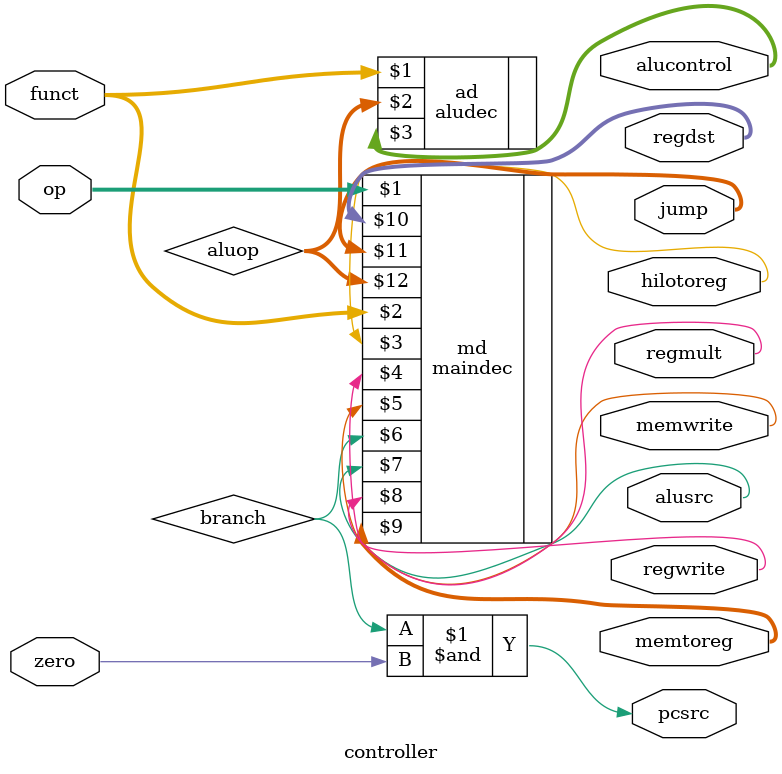
<source format=v>
module controller(
	input	[5:0]	op, funct,
	input			zero,
	output			memwrite, pcsrc, alusrc, regwrite, regmult, hilotoreg, 
	output	[1:0]	memtoreg, regdst, jump,
	output	[2:0]	alucontrol );

	wire	[1:0]	aluop;
	wire			branch;

	maindec	md(op, funct, hilotoreg, regmult, memwrite, branch, alusrc, regwrite, memtoreg, regdst, jump, aluop);
	aludec	ad(funct, aluop, alucontrol);

	assign pcsrc = branch & zero;
endmodule

</source>
